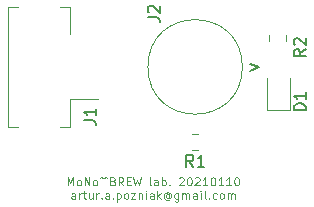
<source format=gbr>
G04 #@! TF.GenerationSoftware,KiCad,Pcbnew,5.1.9*
G04 #@! TF.CreationDate,2021-01-10T12:08:52+01:00*
G04 #@! TF.ProjectId,detectorHolder,64657465-6374-46f7-9248-6f6c6465722e,rev?*
G04 #@! TF.SameCoordinates,Original*
G04 #@! TF.FileFunction,Legend,Top*
G04 #@! TF.FilePolarity,Positive*
%FSLAX46Y46*%
G04 Gerber Fmt 4.6, Leading zero omitted, Abs format (unit mm)*
G04 Created by KiCad (PCBNEW 5.1.9) date 2021-01-10 12:08:52*
%MOMM*%
%LPD*%
G01*
G04 APERTURE LIST*
%ADD10C,0.080000*%
%ADD11C,0.150000*%
%ADD12C,0.120000*%
G04 APERTURE END LIST*
D10*
X107193666Y-113416666D02*
X107193666Y-112716666D01*
X107427000Y-113216666D01*
X107660333Y-112716666D01*
X107660333Y-113416666D01*
X108093666Y-113416666D02*
X108027000Y-113383333D01*
X107993666Y-113350000D01*
X107960333Y-113283333D01*
X107960333Y-113083333D01*
X107993666Y-113016666D01*
X108027000Y-112983333D01*
X108093666Y-112950000D01*
X108193666Y-112950000D01*
X108260333Y-112983333D01*
X108293666Y-113016666D01*
X108327000Y-113083333D01*
X108327000Y-113283333D01*
X108293666Y-113350000D01*
X108260333Y-113383333D01*
X108193666Y-113416666D01*
X108093666Y-113416666D01*
X108627000Y-113416666D02*
X108627000Y-112716666D01*
X109027000Y-113416666D01*
X109027000Y-112716666D01*
X109460333Y-113416666D02*
X109393666Y-113383333D01*
X109360333Y-113350000D01*
X109327000Y-113283333D01*
X109327000Y-113083333D01*
X109360333Y-113016666D01*
X109393666Y-112983333D01*
X109460333Y-112950000D01*
X109560333Y-112950000D01*
X109627000Y-112983333D01*
X109660333Y-113016666D01*
X109693666Y-113083333D01*
X109693666Y-113283333D01*
X109660333Y-113350000D01*
X109627000Y-113383333D01*
X109560333Y-113416666D01*
X109460333Y-113416666D01*
X109893666Y-112783333D02*
X110027000Y-112683333D01*
X110160333Y-112783333D01*
X110293666Y-112783333D02*
X110427000Y-112683333D01*
X110560333Y-112783333D01*
X111027000Y-113050000D02*
X111127000Y-113083333D01*
X111160333Y-113116666D01*
X111193666Y-113183333D01*
X111193666Y-113283333D01*
X111160333Y-113350000D01*
X111127000Y-113383333D01*
X111060333Y-113416666D01*
X110793666Y-113416666D01*
X110793666Y-112716666D01*
X111027000Y-112716666D01*
X111093666Y-112750000D01*
X111127000Y-112783333D01*
X111160333Y-112850000D01*
X111160333Y-112916666D01*
X111127000Y-112983333D01*
X111093666Y-113016666D01*
X111027000Y-113050000D01*
X110793666Y-113050000D01*
X111893666Y-113416666D02*
X111660333Y-113083333D01*
X111493666Y-113416666D02*
X111493666Y-112716666D01*
X111760333Y-112716666D01*
X111827000Y-112750000D01*
X111860333Y-112783333D01*
X111893666Y-112850000D01*
X111893666Y-112950000D01*
X111860333Y-113016666D01*
X111827000Y-113050000D01*
X111760333Y-113083333D01*
X111493666Y-113083333D01*
X112193666Y-113050000D02*
X112427000Y-113050000D01*
X112527000Y-113416666D02*
X112193666Y-113416666D01*
X112193666Y-112716666D01*
X112527000Y-112716666D01*
X112760333Y-112716666D02*
X112927000Y-113416666D01*
X113060333Y-112916666D01*
X113193666Y-113416666D01*
X113360333Y-112716666D01*
X114260333Y-113416666D02*
X114193666Y-113383333D01*
X114160333Y-113316666D01*
X114160333Y-112716666D01*
X114827000Y-113416666D02*
X114827000Y-113050000D01*
X114793666Y-112983333D01*
X114727000Y-112950000D01*
X114593666Y-112950000D01*
X114527000Y-112983333D01*
X114827000Y-113383333D02*
X114760333Y-113416666D01*
X114593666Y-113416666D01*
X114527000Y-113383333D01*
X114493666Y-113316666D01*
X114493666Y-113250000D01*
X114527000Y-113183333D01*
X114593666Y-113150000D01*
X114760333Y-113150000D01*
X114827000Y-113116666D01*
X115160333Y-113416666D02*
X115160333Y-112716666D01*
X115160333Y-112983333D02*
X115227000Y-112950000D01*
X115360333Y-112950000D01*
X115427000Y-112983333D01*
X115460333Y-113016666D01*
X115493666Y-113083333D01*
X115493666Y-113283333D01*
X115460333Y-113350000D01*
X115427000Y-113383333D01*
X115360333Y-113416666D01*
X115227000Y-113416666D01*
X115160333Y-113383333D01*
X115793666Y-113350000D02*
X115827000Y-113383333D01*
X115793666Y-113416666D01*
X115760333Y-113383333D01*
X115793666Y-113350000D01*
X115793666Y-113416666D01*
X116627000Y-112783333D02*
X116660333Y-112750000D01*
X116727000Y-112716666D01*
X116893666Y-112716666D01*
X116960333Y-112750000D01*
X116993666Y-112783333D01*
X117027000Y-112850000D01*
X117027000Y-112916666D01*
X116993666Y-113016666D01*
X116593666Y-113416666D01*
X117027000Y-113416666D01*
X117460333Y-112716666D02*
X117527000Y-112716666D01*
X117593666Y-112750000D01*
X117627000Y-112783333D01*
X117660333Y-112850000D01*
X117693666Y-112983333D01*
X117693666Y-113150000D01*
X117660333Y-113283333D01*
X117627000Y-113350000D01*
X117593666Y-113383333D01*
X117527000Y-113416666D01*
X117460333Y-113416666D01*
X117393666Y-113383333D01*
X117360333Y-113350000D01*
X117327000Y-113283333D01*
X117293666Y-113150000D01*
X117293666Y-112983333D01*
X117327000Y-112850000D01*
X117360333Y-112783333D01*
X117393666Y-112750000D01*
X117460333Y-112716666D01*
X117960333Y-112783333D02*
X117993666Y-112750000D01*
X118060333Y-112716666D01*
X118227000Y-112716666D01*
X118293666Y-112750000D01*
X118327000Y-112783333D01*
X118360333Y-112850000D01*
X118360333Y-112916666D01*
X118327000Y-113016666D01*
X117927000Y-113416666D01*
X118360333Y-113416666D01*
X119027000Y-113416666D02*
X118627000Y-113416666D01*
X118827000Y-113416666D02*
X118827000Y-112716666D01*
X118760333Y-112816666D01*
X118693666Y-112883333D01*
X118627000Y-112916666D01*
X119460333Y-112716666D02*
X119527000Y-112716666D01*
X119593666Y-112750000D01*
X119627000Y-112783333D01*
X119660333Y-112850000D01*
X119693666Y-112983333D01*
X119693666Y-113150000D01*
X119660333Y-113283333D01*
X119627000Y-113350000D01*
X119593666Y-113383333D01*
X119527000Y-113416666D01*
X119460333Y-113416666D01*
X119393666Y-113383333D01*
X119360333Y-113350000D01*
X119327000Y-113283333D01*
X119293666Y-113150000D01*
X119293666Y-112983333D01*
X119327000Y-112850000D01*
X119360333Y-112783333D01*
X119393666Y-112750000D01*
X119460333Y-112716666D01*
X120360333Y-113416666D02*
X119960333Y-113416666D01*
X120160333Y-113416666D02*
X120160333Y-112716666D01*
X120093666Y-112816666D01*
X120027000Y-112883333D01*
X119960333Y-112916666D01*
X121027000Y-113416666D02*
X120627000Y-113416666D01*
X120827000Y-113416666D02*
X120827000Y-112716666D01*
X120760333Y-112816666D01*
X120693666Y-112883333D01*
X120627000Y-112916666D01*
X121460333Y-112716666D02*
X121527000Y-112716666D01*
X121593666Y-112750000D01*
X121627000Y-112783333D01*
X121660333Y-112850000D01*
X121693666Y-112983333D01*
X121693666Y-113150000D01*
X121660333Y-113283333D01*
X121627000Y-113350000D01*
X121593666Y-113383333D01*
X121527000Y-113416666D01*
X121460333Y-113416666D01*
X121393666Y-113383333D01*
X121360333Y-113350000D01*
X121327000Y-113283333D01*
X121293666Y-113150000D01*
X121293666Y-112983333D01*
X121327000Y-112850000D01*
X121360333Y-112783333D01*
X121393666Y-112750000D01*
X121460333Y-112716666D01*
X107827000Y-114546666D02*
X107827000Y-114180000D01*
X107793666Y-114113333D01*
X107727000Y-114080000D01*
X107593666Y-114080000D01*
X107527000Y-114113333D01*
X107827000Y-114513333D02*
X107760333Y-114546666D01*
X107593666Y-114546666D01*
X107527000Y-114513333D01*
X107493666Y-114446666D01*
X107493666Y-114380000D01*
X107527000Y-114313333D01*
X107593666Y-114280000D01*
X107760333Y-114280000D01*
X107827000Y-114246666D01*
X108160333Y-114546666D02*
X108160333Y-114080000D01*
X108160333Y-114213333D02*
X108193666Y-114146666D01*
X108227000Y-114113333D01*
X108293666Y-114080000D01*
X108360333Y-114080000D01*
X108493666Y-114080000D02*
X108760333Y-114080000D01*
X108593666Y-113846666D02*
X108593666Y-114446666D01*
X108627000Y-114513333D01*
X108693666Y-114546666D01*
X108760333Y-114546666D01*
X109293666Y-114080000D02*
X109293666Y-114546666D01*
X108993666Y-114080000D02*
X108993666Y-114446666D01*
X109027000Y-114513333D01*
X109093666Y-114546666D01*
X109193666Y-114546666D01*
X109260333Y-114513333D01*
X109293666Y-114480000D01*
X109627000Y-114546666D02*
X109627000Y-114080000D01*
X109627000Y-114213333D02*
X109660333Y-114146666D01*
X109693666Y-114113333D01*
X109760333Y-114080000D01*
X109827000Y-114080000D01*
X110060333Y-114480000D02*
X110093666Y-114513333D01*
X110060333Y-114546666D01*
X110027000Y-114513333D01*
X110060333Y-114480000D01*
X110060333Y-114546666D01*
X110693666Y-114546666D02*
X110693666Y-114180000D01*
X110660333Y-114113333D01*
X110593666Y-114080000D01*
X110460333Y-114080000D01*
X110393666Y-114113333D01*
X110693666Y-114513333D02*
X110627000Y-114546666D01*
X110460333Y-114546666D01*
X110393666Y-114513333D01*
X110360333Y-114446666D01*
X110360333Y-114380000D01*
X110393666Y-114313333D01*
X110460333Y-114280000D01*
X110627000Y-114280000D01*
X110693666Y-114246666D01*
X111027000Y-114480000D02*
X111060333Y-114513333D01*
X111027000Y-114546666D01*
X110993666Y-114513333D01*
X111027000Y-114480000D01*
X111027000Y-114546666D01*
X111360333Y-114080000D02*
X111360333Y-114780000D01*
X111360333Y-114113333D02*
X111427000Y-114080000D01*
X111560333Y-114080000D01*
X111627000Y-114113333D01*
X111660333Y-114146666D01*
X111693666Y-114213333D01*
X111693666Y-114413333D01*
X111660333Y-114480000D01*
X111627000Y-114513333D01*
X111560333Y-114546666D01*
X111427000Y-114546666D01*
X111360333Y-114513333D01*
X112093666Y-114546666D02*
X112027000Y-114513333D01*
X111993666Y-114480000D01*
X111960333Y-114413333D01*
X111960333Y-114213333D01*
X111993666Y-114146666D01*
X112027000Y-114113333D01*
X112093666Y-114080000D01*
X112193666Y-114080000D01*
X112260333Y-114113333D01*
X112293666Y-114146666D01*
X112327000Y-114213333D01*
X112327000Y-114413333D01*
X112293666Y-114480000D01*
X112260333Y-114513333D01*
X112193666Y-114546666D01*
X112093666Y-114546666D01*
X112560333Y-114080000D02*
X112927000Y-114080000D01*
X112560333Y-114546666D01*
X112927000Y-114546666D01*
X113193666Y-114080000D02*
X113193666Y-114546666D01*
X113193666Y-114146666D02*
X113227000Y-114113333D01*
X113293666Y-114080000D01*
X113393666Y-114080000D01*
X113460333Y-114113333D01*
X113493666Y-114180000D01*
X113493666Y-114546666D01*
X113827000Y-114546666D02*
X113827000Y-114080000D01*
X113827000Y-113846666D02*
X113793666Y-113880000D01*
X113827000Y-113913333D01*
X113860333Y-113880000D01*
X113827000Y-113846666D01*
X113827000Y-113913333D01*
X114460333Y-114546666D02*
X114460333Y-114180000D01*
X114427000Y-114113333D01*
X114360333Y-114080000D01*
X114227000Y-114080000D01*
X114160333Y-114113333D01*
X114460333Y-114513333D02*
X114393666Y-114546666D01*
X114227000Y-114546666D01*
X114160333Y-114513333D01*
X114127000Y-114446666D01*
X114127000Y-114380000D01*
X114160333Y-114313333D01*
X114227000Y-114280000D01*
X114393666Y-114280000D01*
X114460333Y-114246666D01*
X114793666Y-114546666D02*
X114793666Y-113846666D01*
X114860333Y-114280000D02*
X115060333Y-114546666D01*
X115060333Y-114080000D02*
X114793666Y-114346666D01*
X115793666Y-114213333D02*
X115760333Y-114180000D01*
X115693666Y-114146666D01*
X115627000Y-114146666D01*
X115560333Y-114180000D01*
X115527000Y-114213333D01*
X115493666Y-114280000D01*
X115493666Y-114346666D01*
X115527000Y-114413333D01*
X115560333Y-114446666D01*
X115627000Y-114480000D01*
X115693666Y-114480000D01*
X115760333Y-114446666D01*
X115793666Y-114413333D01*
X115793666Y-114146666D02*
X115793666Y-114413333D01*
X115827000Y-114446666D01*
X115860333Y-114446666D01*
X115927000Y-114413333D01*
X115960333Y-114346666D01*
X115960333Y-114180000D01*
X115893666Y-114080000D01*
X115793666Y-114013333D01*
X115660333Y-113980000D01*
X115527000Y-114013333D01*
X115427000Y-114080000D01*
X115360333Y-114180000D01*
X115327000Y-114313333D01*
X115360333Y-114446666D01*
X115427000Y-114546666D01*
X115527000Y-114613333D01*
X115660333Y-114646666D01*
X115793666Y-114613333D01*
X115893666Y-114546666D01*
X116560333Y-114080000D02*
X116560333Y-114646666D01*
X116527000Y-114713333D01*
X116493666Y-114746666D01*
X116427000Y-114780000D01*
X116327000Y-114780000D01*
X116260333Y-114746666D01*
X116560333Y-114513333D02*
X116493666Y-114546666D01*
X116360333Y-114546666D01*
X116293666Y-114513333D01*
X116260333Y-114480000D01*
X116227000Y-114413333D01*
X116227000Y-114213333D01*
X116260333Y-114146666D01*
X116293666Y-114113333D01*
X116360333Y-114080000D01*
X116493666Y-114080000D01*
X116560333Y-114113333D01*
X116893666Y-114546666D02*
X116893666Y-114080000D01*
X116893666Y-114146666D02*
X116927000Y-114113333D01*
X116993666Y-114080000D01*
X117093666Y-114080000D01*
X117160333Y-114113333D01*
X117193666Y-114180000D01*
X117193666Y-114546666D01*
X117193666Y-114180000D02*
X117227000Y-114113333D01*
X117293666Y-114080000D01*
X117393666Y-114080000D01*
X117460333Y-114113333D01*
X117493666Y-114180000D01*
X117493666Y-114546666D01*
X118127000Y-114546666D02*
X118127000Y-114180000D01*
X118093666Y-114113333D01*
X118027000Y-114080000D01*
X117893666Y-114080000D01*
X117827000Y-114113333D01*
X118127000Y-114513333D02*
X118060333Y-114546666D01*
X117893666Y-114546666D01*
X117827000Y-114513333D01*
X117793666Y-114446666D01*
X117793666Y-114380000D01*
X117827000Y-114313333D01*
X117893666Y-114280000D01*
X118060333Y-114280000D01*
X118127000Y-114246666D01*
X118460333Y-114546666D02*
X118460333Y-114080000D01*
X118460333Y-113846666D02*
X118427000Y-113880000D01*
X118460333Y-113913333D01*
X118493666Y-113880000D01*
X118460333Y-113846666D01*
X118460333Y-113913333D01*
X118893666Y-114546666D02*
X118827000Y-114513333D01*
X118793666Y-114446666D01*
X118793666Y-113846666D01*
X119160333Y-114480000D02*
X119193666Y-114513333D01*
X119160333Y-114546666D01*
X119127000Y-114513333D01*
X119160333Y-114480000D01*
X119160333Y-114546666D01*
X119793666Y-114513333D02*
X119727000Y-114546666D01*
X119593666Y-114546666D01*
X119527000Y-114513333D01*
X119493666Y-114480000D01*
X119460333Y-114413333D01*
X119460333Y-114213333D01*
X119493666Y-114146666D01*
X119527000Y-114113333D01*
X119593666Y-114080000D01*
X119727000Y-114080000D01*
X119793666Y-114113333D01*
X120193666Y-114546666D02*
X120127000Y-114513333D01*
X120093666Y-114480000D01*
X120060333Y-114413333D01*
X120060333Y-114213333D01*
X120093666Y-114146666D01*
X120127000Y-114113333D01*
X120193666Y-114080000D01*
X120293666Y-114080000D01*
X120360333Y-114113333D01*
X120393666Y-114146666D01*
X120427000Y-114213333D01*
X120427000Y-114413333D01*
X120393666Y-114480000D01*
X120360333Y-114513333D01*
X120293666Y-114546666D01*
X120193666Y-114546666D01*
X120727000Y-114546666D02*
X120727000Y-114080000D01*
X120727000Y-114146666D02*
X120760333Y-114113333D01*
X120827000Y-114080000D01*
X120927000Y-114080000D01*
X120993666Y-114113333D01*
X121027000Y-114180000D01*
X121027000Y-114546666D01*
X121027000Y-114180000D02*
X121060333Y-114113333D01*
X121127000Y-114080000D01*
X121227000Y-114080000D01*
X121293666Y-114113333D01*
X121327000Y-114180000D01*
X121327000Y-114546666D01*
D11*
X122632047Y-103138714D02*
X123393952Y-103424428D01*
X122632047Y-103710142D01*
D12*
X125703000Y-101170064D02*
X125703000Y-100715936D01*
X124233000Y-101170064D02*
X124233000Y-100715936D01*
X125973000Y-107038000D02*
X125973000Y-104353000D01*
X124053000Y-107038000D02*
X125973000Y-107038000D01*
X124053000Y-104353000D02*
X124053000Y-107038000D01*
X102153000Y-98268000D02*
X103003000Y-98268000D01*
X102153000Y-108438000D02*
X102153000Y-98268000D01*
X103003000Y-108438000D02*
X102153000Y-108438000D01*
X107373000Y-98268000D02*
X107373000Y-100593000D01*
X106523000Y-98268000D02*
X107373000Y-98268000D01*
X107373000Y-106113000D02*
X109763000Y-106113000D01*
X107373000Y-108438000D02*
X107373000Y-106113000D01*
X106523000Y-108438000D02*
X107373000Y-108438000D01*
X118241578Y-109018000D02*
X117724422Y-109018000D01*
X118241578Y-110438000D02*
X117724422Y-110438000D01*
X121983000Y-103378000D02*
G75*
G03*
X121983000Y-103378000I-4000000J0D01*
G01*
D11*
X127325380Y-101893666D02*
X126849190Y-102227000D01*
X127325380Y-102465095D02*
X126325380Y-102465095D01*
X126325380Y-102084142D01*
X126373000Y-101988904D01*
X126420619Y-101941285D01*
X126515857Y-101893666D01*
X126658714Y-101893666D01*
X126753952Y-101941285D01*
X126801571Y-101988904D01*
X126849190Y-102084142D01*
X126849190Y-102465095D01*
X126420619Y-101512714D02*
X126373000Y-101465095D01*
X126325380Y-101369857D01*
X126325380Y-101131761D01*
X126373000Y-101036523D01*
X126420619Y-100988904D01*
X126515857Y-100941285D01*
X126611095Y-100941285D01*
X126753952Y-100988904D01*
X127325380Y-101560333D01*
X127325380Y-100941285D01*
X127325380Y-107037095D02*
X126325380Y-107037095D01*
X126325380Y-106799000D01*
X126373000Y-106656142D01*
X126468238Y-106560904D01*
X126563476Y-106513285D01*
X126753952Y-106465666D01*
X126896809Y-106465666D01*
X127087285Y-106513285D01*
X127182523Y-106560904D01*
X127277761Y-106656142D01*
X127325380Y-106799000D01*
X127325380Y-107037095D01*
X127325380Y-105513285D02*
X127325380Y-106084714D01*
X127325380Y-105799000D02*
X126325380Y-105799000D01*
X126468238Y-105894238D01*
X126563476Y-105989476D01*
X126611095Y-106084714D01*
X108545380Y-107902333D02*
X109259666Y-107902333D01*
X109402523Y-107949952D01*
X109497761Y-108045190D01*
X109545380Y-108188047D01*
X109545380Y-108283285D01*
X109545380Y-106902333D02*
X109545380Y-107473761D01*
X109545380Y-107188047D02*
X108545380Y-107188047D01*
X108688238Y-107283285D01*
X108783476Y-107378523D01*
X108831095Y-107473761D01*
X117816333Y-111830380D02*
X117483000Y-111354190D01*
X117244904Y-111830380D02*
X117244904Y-110830380D01*
X117625857Y-110830380D01*
X117721095Y-110878000D01*
X117768714Y-110925619D01*
X117816333Y-111020857D01*
X117816333Y-111163714D01*
X117768714Y-111258952D01*
X117721095Y-111306571D01*
X117625857Y-111354190D01*
X117244904Y-111354190D01*
X118768714Y-111830380D02*
X118197285Y-111830380D01*
X118483000Y-111830380D02*
X118483000Y-110830380D01*
X118387761Y-110973238D01*
X118292523Y-111068476D01*
X118197285Y-111116095D01*
X113965380Y-99186333D02*
X114679666Y-99186333D01*
X114822523Y-99233952D01*
X114917761Y-99329190D01*
X114965380Y-99472047D01*
X114965380Y-99567285D01*
X114060619Y-98757761D02*
X114013000Y-98710142D01*
X113965380Y-98614904D01*
X113965380Y-98376809D01*
X114013000Y-98281571D01*
X114060619Y-98233952D01*
X114155857Y-98186333D01*
X114251095Y-98186333D01*
X114393952Y-98233952D01*
X114965380Y-98805380D01*
X114965380Y-98186333D01*
M02*

</source>
